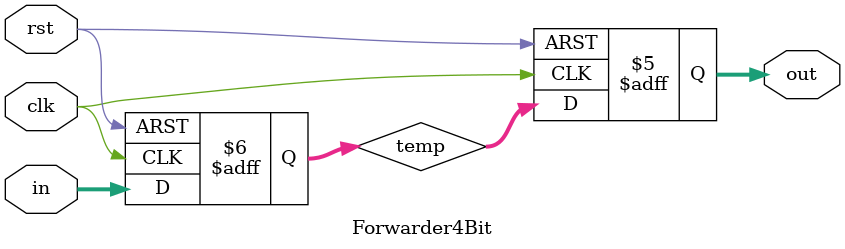
<source format=v>
module Forwarder (
	input clk,
	input rst,
	input [15:0] in,
	output reg [15:0] out
);

reg [15:0] temp;

always @ (negedge clk or negedge rst) begin
	if (!rst) begin
		temp = 0;
	end else begin
		temp = in;
	end
end

always @ (posedge clk or negedge rst) begin
	if (!rst) begin
		out = 0;
	end else begin
		out = temp;
	end
end
endmodule

module Forwarder4Bit (
	input clk,
	input rst,
	input [3:0] in,
	output reg [3:0] out
);

reg [3:0] temp;

always @ (negedge clk or negedge rst) begin
	if (!rst) begin
		temp = 0;
	end else begin
		temp = in;
	end
end

always @ (posedge clk or negedge rst) begin
	if (!rst) begin
		out = 0;
	end else begin
		out = temp;
	end
end
endmodule


</source>
